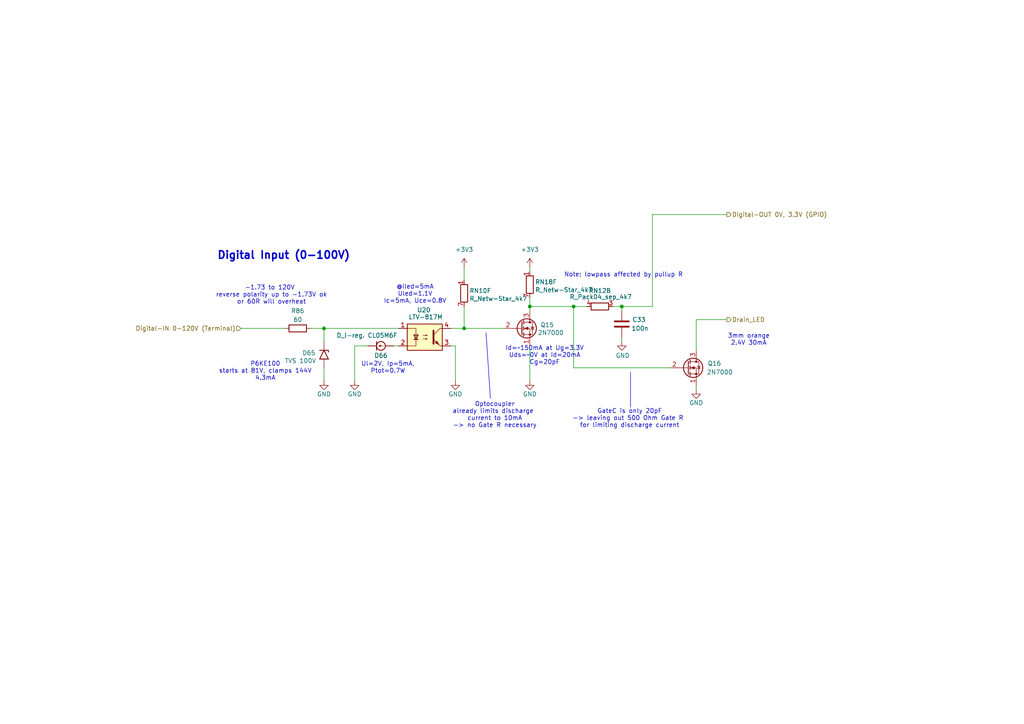
<source format=kicad_sch>
(kicad_sch (version 20231120) (generator "eeschema") (generator_version "8.0")
  (paper "A4")
  (lib_symbols
    (symbol "Device:C" (pin_numbers hide) (pin_names (offset 0.254))
      (property "Reference" "C" (at 0.635 2.54 0))
      (property "Value" "C" (at 0.635 -2.54 0))
      (symbol "C_0_1"
        (polyline (pts (xy -2.032 -0.762) (xy 2.032 -0.762)) (stroke (width 0.508)))
        (polyline (pts (xy -2.032 0.762) (xy 2.032 0.762)) (stroke (width 0.508)))
      )
      (symbol "C_1_1"
        (pin passive line (at 0 3.81 270) (length 2.794) (name "~") (number "1"))
        (pin passive line (at 0 -3.81 90) (length 2.794) (name "~") (number "2"))
      )
    )
    (symbol "Device:D_Current-regulator" (pin_numbers hide) (pin_names (offset 1.016) hide)
      (property "Reference" "D" (at 0 2.54 0))
      (property "Value" "D_Current-regulator" (at 0 -2.54 0))
      (symbol "D_Current-regulator_0_1"
        (polyline (pts (xy -1.27 1.27) (xy -1.27 -1.27)) (stroke (width 0.254)))
      )
      (symbol "D_Current-regulator_1_1"
        (polyline (pts (xy -0.127 0) (xy 0.635 0)))
        (polyline (pts (xy -0.127 0.254) (xy -0.635 0) (xy -0.127 -0.254) (xy -0.127 0.254)) (fill (type outline)))
        (circle (center 0 0) (radius 1.27) (stroke (width 0.254)))
        (pin passive line (at -3.81 0 0) (length 2.54) (name "K") (number "1"))
        (pin passive line (at 3.81 0 180) (length 2.54) (name "A") (number "2"))
      )
    )
    (symbol "Device:R" (pin_numbers hide) (pin_names (offset 0))
      (property "Reference" "R" (at 2.032 0 90))
      (property "Value" "R" (at 0 0 90))
      (symbol "R_0_1"
        (rectangle (start -1.016 -2.54) (end 1.016 2.54) (stroke (width 0.254)))
      )
      (symbol "R_1_1"
        (pin passive line (at 0 3.81 270) (length 1.27) (name "~") (number "1"))
        (pin passive line (at 0 -3.81 90) (length 1.27) (name "~") (number "2"))
      )
    )
    (symbol "Device:R_Network08_Split" (pin_names (offset 0) hide)
      (property "Reference" "RN" (at 2.032 0 90))
      (property "Value" "R_Network08_Split" (at 0 0 90))
      (symbol "R_Network08_Split_0_1"
        (rectangle (start 1.016 2.54) (end -1.016 -2.54) (stroke (width 0.254)))
        (pin passive line (at 0 3.81 270) (length 1.27) (name "R1") (number "1"))
      )
      (symbol "R_Network08_Split_1_1"
        (pin passive line (at 0 -3.81 90) (length 1.27) (name "R1.2") (number "2"))
      )
      (symbol "R_Network08_Split_2_1"
        (pin passive line (at 0 -3.81 90) (length 1.27) (name "R2.2") (number "3"))
      )
      (symbol "R_Network08_Split_3_1"
        (pin passive line (at 0 -3.81 90) (length 1.27) (name "R3.2") (number "4"))
      )
      (symbol "R_Network08_Split_4_1"
        (pin passive line (at 0 -3.81 90) (length 1.27) (name "R4.2") (number "5"))
      )
      (symbol "R_Network08_Split_5_1"
        (pin passive line (at 0 -3.81 90) (length 1.27) (name "R5.2") (number "6"))
      )
      (symbol "R_Network08_Split_6_1"
        (pin passive line (at 0 -3.81 90) (length 1.27) (name "R6.2") (number "7"))
      )
      (symbol "R_Network08_Split_7_1"
        (pin passive line (at 0 -3.81 90) (length 1.27) (name "R7.2") (number "8"))
      )
      (symbol "R_Network08_Split_8_1"
        (pin passive line (at 0 -3.81 90) (length 1.27) (name "R8.2") (number "9"))
      )
    )
    (symbol "Device:R_Pack04_SIP_Split" (pin_names (offset 0) hide)
      (property "Reference" "RN" (at 2.032 0 90))
      (property "Value" "R_Pack04_SIP_Split" (at 0 0 90))
      (symbol "R_Pack04_SIP_Split_0_1"
        (rectangle (start 1.016 2.54) (end -1.016 -2.54) (stroke (width 0.254)))
      )
      (symbol "R_Pack04_SIP_Split_1_1"
        (pin passive line (at 0 -3.81 90) (length 1.27) (name "R1.1") (number "1"))
        (pin passive line (at 0 3.81 270) (length 1.27) (name "R1.2") (number "2"))
      )
      (symbol "R_Pack04_SIP_Split_2_1"
        (pin passive line (at 0 -3.81 90) (length 1.27) (name "R2.1") (number "3"))
        (pin passive line (at 0 3.81 270) (length 1.27) (name "R2.2") (number "4"))
      )
      (symbol "R_Pack04_SIP_Split_3_1"
        (pin passive line (at 0 -3.81 90) (length 1.27) (name "R3.1") (number "5"))
        (pin passive line (at 0 3.81 270) (length 1.27) (name "R3.2") (number "6"))
      )
      (symbol "R_Pack04_SIP_Split_4_1"
        (pin passive line (at 0 -3.81 90) (length 1.27) (name "R4.1") (number "7"))
        (pin passive line (at 0 3.81 270) (length 1.27) (name "R4.2") (number "8"))
      )
    )
    (symbol "Diode:1N62xxA" (pin_numbers hide) (pin_names (offset 1.016) hide)
      (property "Reference" "D" (at 0 2.54 0))
      (property "Value" "1N62xxA" (at 0 -2.54 0))
      (symbol "1N62xxA_0_1"
        (polyline (pts (xy -0.762 1.27) (xy -1.27 1.27) (xy -1.27 -1.27)) (stroke (width 0.254)))
        (polyline (pts (xy 1.27 1.27) (xy 1.27 -1.27) (xy -1.27 0) (xy 1.27 1.27)) (stroke (width 0.254)))
      )
      (symbol "1N62xxA_1_1"
        (pin passive line (at -3.81 0 0) (length 2.54) (name "A1") (number "1"))
        (pin passive line (at 3.81 0 180) (length 2.54) (name "A2") (number "2"))
      )
    )
    (symbol "Isolator:LTV-817M" (pin_names (offset 1.016))
      (property "Reference" "U" (at -3.81 5.08 0))
      (property "Value" "LTV-817M" (at 0 -5.08 0))
      (symbol "LTV-817M_1_1"
        (rectangle (start -5.08 3.81) (end 5.08 -3.81) (stroke (width 0.254)) (fill (type background)))
        (polyline (pts (xy -3.175 -0.635) (xy -1.905 -0.635)) (stroke (width 0.254)))
        (polyline (pts (xy 2.54 0.635) (xy 4.445 2.54)))
        (polyline (pts (xy 4.445 -2.54) (xy 2.54 -0.635)) (fill (type outline)))
        (polyline (pts (xy 4.445 -2.54) (xy 5.08 -2.54)))
        (polyline (pts (xy 4.445 2.54) (xy 5.08 2.54)))
        (polyline (pts (xy -5.08 2.54) (xy -2.54 2.54) (xy -2.54 -0.762)))
        (polyline (pts (xy -2.54 -0.635) (xy -2.54 -2.54) (xy -5.08 -2.54)))
        (polyline (pts (xy 2.54 1.905) (xy 2.54 -1.905) (xy 2.54 -1.905)) (stroke (width 0.508)))
        (polyline (pts (xy -2.54 -0.635) (xy -3.175 0.635) (xy -1.905 0.635) (xy -2.54 -0.635)) (stroke (width 0.254)))
        (polyline (pts (xy -0.508 -0.508) (xy 0.762 -0.508) (xy 0.381 -0.635) (xy 0.381 -0.381) (xy 0.762 -0.508)))
        (polyline (pts (xy -0.508 0.508) (xy 0.762 0.508) (xy 0.381 0.381) (xy 0.381 0.635) (xy 0.762 0.508)))
        (polyline (pts (xy 3.048 -1.651) (xy 3.556 -1.143) (xy 4.064 -2.159) (xy 3.048 -1.651) (xy 3.048 -1.651)) (fill (type outline)))
        (pin passive line (at -7.62 2.54 0) (length 2.54) (name "~") (number "1"))
        (pin passive line (at -7.62 -2.54 0) (length 2.54) (name "~") (number "2"))
        (pin passive line (at 7.62 -2.54 180) (length 2.54) (name "~") (number "3"))
        (pin passive line (at 7.62 2.54 180) (length 2.54) (name "~") (number "4"))
      )
    )
    (symbol "Transistor_FET:2N7000" (pin_names hide)
      (property "Reference" "Q" (at 5.08 1.905 0))
      (property "Value" "2N7000" (at 5.08 0 0))
      (symbol "2N7000_0_1"
        (polyline (pts (xy 0.254 0) (xy -2.54 0)))
        (polyline (pts (xy 0.254 1.905) (xy 0.254 -1.905)) (stroke (width 0.254)))
        (polyline (pts (xy 0.762 -1.27) (xy 0.762 -2.286)) (stroke (width 0.254)))
        (polyline (pts (xy 0.762 0.508) (xy 0.762 -0.508)) (stroke (width 0.254)))
        (polyline (pts (xy 0.762 2.286) (xy 0.762 1.27)) (stroke (width 0.254)))
        (polyline (pts (xy 2.54 2.54) (xy 2.54 1.778)))
        (polyline (pts (xy 2.54 -2.54) (xy 2.54 0) (xy 0.762 0)))
        (polyline (pts (xy 0.762 -1.778) (xy 3.302 -1.778) (xy 3.302 1.778) (xy 0.762 1.778)))
        (polyline (pts (xy 1.016 0) (xy 2.032 0.381) (xy 2.032 -0.381) (xy 1.016 0)) (fill (type outline)))
        (polyline (pts (xy 2.794 0.508) (xy 2.921 0.381) (xy 3.683 0.381) (xy 3.81 0.254)))
        (polyline (pts (xy 3.302 0.381) (xy 2.921 -0.254) (xy 3.683 -0.254) (xy 3.302 0.381)))
        (circle (center 1.651 0) (radius 2.794) (stroke (width 0.254)))
        (circle (center 2.54 -1.778) (radius 0.254) (fill (type outline)))
        (circle (center 2.54 1.778) (radius 0.254) (fill (type outline)))
      )
      (symbol "2N7000_1_1"
        (pin passive line (at 2.54 -5.08 90) (length 2.54) (name "S") (number "1"))
        (pin input line (at -5.08 0 0) (length 2.54) (name "G") (number "2"))
        (pin passive line (at 2.54 5.08 270) (length 2.54) (name "D") (number "3"))
      )
    )
    (symbol "power:+3V3" (power) (pin_numbers hide) (pin_names (offset 0) hide)
      (property "Value" "+3V3" (at 0 3.556 0))
      (symbol "+3V3_0_1"
        (polyline (pts (xy -0.762 1.27) (xy 0 2.54)))
        (polyline (pts (xy 0 0) (xy 0 2.54)))
        (polyline (pts (xy 0 2.54) (xy 0.762 1.27)))
      )
      (symbol "+3V3_1_1"
        (pin power_in line (at 0 0 90) (length 0) (name "~") (number "1"))
      )
    )
    (symbol "power:GND" (power) (pin_numbers hide) (pin_names (offset 0) hide)
      (property "Value" "GND" (at 0 -3.81 0))
      (symbol "GND_0_1"
        (polyline (pts (xy 0 0) (xy 0 -1.27) (xy 1.27 -1.27) (xy 0 -2.54) (xy -1.27 -1.27) (xy 0 -1.27)))
      )
      (symbol "GND_1_1"
        (pin power_in line (at 0 0 270) (length 0) (name "~") (number "1"))
      )
    )
  )
  (junction (at 153.67 88.9))
  (junction (at 134.62 95.25))
  (junction (at 180.34 88.9))
  (junction (at 93.98 95.25))
  (junction (at 166.37 88.9))
  (wire (pts (xy 102.87 100.33) (xy 102.87 110.49)))
  (polyline (pts (xy 182.88 107.95) (xy 182.88 118.11)))
  (wire (pts (xy 130.81 100.33) (xy 132.08 100.33)))
  (wire (pts (xy 201.93 92.71) (xy 210.82 92.71)))
  (wire (pts (xy 166.37 106.68) (xy 194.31 106.68)))
  (wire (pts (xy 93.98 95.25) (xy 93.98 99.06)))
  (wire (pts (xy 106.68 100.33) (xy 102.87 100.33)))
  (wire (pts (xy 132.08 100.33) (xy 132.08 110.49)))
  (wire (pts (xy 177.8 88.9) (xy 180.34 88.9)))
  (wire (pts (xy 180.34 88.9) (xy 189.23 88.9)))
  (wire (pts (xy 93.98 106.68) (xy 93.98 110.49)))
  (wire (pts (xy 153.67 77.47) (xy 153.67 78.74)))
  (wire (pts (xy 189.23 88.9) (xy 189.23 62.23)))
  (wire (pts (xy 189.23 62.23) (xy 210.82 62.23)))
  (wire (pts (xy 134.62 88.9) (xy 134.62 95.25)))
  (wire (pts (xy 134.62 95.25) (xy 146.05 95.25)))
  (wire (pts (xy 153.67 88.9) (xy 153.67 90.17)))
  (wire (pts (xy 69.85 95.25) (xy 82.55 95.25)))
  (wire (pts (xy 180.34 97.79) (xy 180.34 99.06)))
  (wire (pts (xy 153.67 86.36) (xy 153.67 88.9)))
  (wire (pts (xy 93.98 95.25) (xy 115.57 95.25)))
  (wire (pts (xy 114.3 100.33) (xy 115.57 100.33)))
  (wire (pts (xy 130.81 95.25) (xy 134.62 95.25)))
  (wire (pts (xy 166.37 88.9) (xy 170.18 88.9)))
  (wire (pts (xy 201.93 92.71) (xy 201.93 101.6)))
  (wire (pts (xy 90.17 95.25) (xy 93.98 95.25)))
  (wire (pts (xy 153.67 88.9) (xy 166.37 88.9)))
  (wire (pts (xy 166.37 106.68) (xy 166.37 88.9)))
  (wire (pts (xy 153.67 100.33) (xy 153.67 110.49)))
  (polyline (pts (xy 140.97 96.52) (xy 142.24 115.57)))
  (wire (pts (xy 180.34 88.9) (xy 180.34 90.17)))
  (wire (pts (xy 201.93 111.76) (xy 201.93 113.03)))
  (wire (pts (xy 134.62 77.47) (xy 134.62 81.28)))
  (text "Note: lowpass affected by pullup R" (at 180.848 79.756 0) (effects (font (size 1.27 1.27))))
  (text "Ul=2V, Ip=5mA,\nPtot=0.7W" (at 112.522 106.68 0) (effects (font (size 1.27 1.27))))
  (text "3mm orange\n2.4V 30mA" (at 217.17 98.552 0) (effects (font (size 1.27 1.27))))
  (text "Digital Input (0-100V)" (at 82.296 74.168 0) (effects (font (size 2.2 2.2) (thickness 0.44) (bold yes))))
  (text "GateC is only 20pF\n-> leaving out 500 Ohm Gate R \nfor limiting discharge current" (at 182.626 121.412 0) (effects (font (size 1.27 1.27))))
  (text "P6KE100\nstarts at 81V, clamps 144V\n4.3mA" (at 76.962 107.696 0) (effects (font (size 1.27 1.27))))
  (text "-1.73 to 120V \nreverse polarity up to -1.73V ok\nor 60R will overheat" (at 78.74 85.598 0) (effects (font (size 1.27 1.27))))
  (text "Id=~150mA at Ug=3.3V\nUds=~0V at Id=20mA\nCg=20pF" (at 157.988 103.124 0) (effects (font (size 1.27 1.27))))
  (text "Optocoupler\nalready limits discharge \ncurrent to 10mA\n-> no Gate R necessary" (at 143.51 120.396 0) (effects (font (size 1.27 1.27))))
  (text "@Iled=5mA\nUled=1.1V\nIc=5mA, Uce=0.8V" (at 120.396 85.344 0) (effects (font (size 1.27 1.27))))
  (hierarchical_label "Digital-OUT 0V, 3.3V (GPIO)" (shape output) (at 210.82 62.23 0))
  (hierarchical_label "Drain_LED" (shape output) (at 210.82 92.71 0))
  (hierarchical_label "Digital-IN 0-120V (Terminal)" (shape input) (at 69.85 95.25 180))
  (symbol (lib_id "Device:R_Network08_Split") (at 153.67 82.55 0) (unit 1)
    (property "Reference" "RN18" (at 155.194 81.788 0) (effects (justify left)))
    (property "Value" "R_Netw-Star_4k7" (at 155.194 84.074 0) (effects (justify left)))
    (property "Footprint" "Resistor_THT:R_Array_SIP9" (effects (hide yes)))
    (property "Datasheet" "http://www.vishay.com/docs/31509/csc.pdf" (effects (hide yes)))
    (property "Description" "8 resistor network, star topology, bussed resistors, split" (effects (hide yes)))
    (instances (project "pi-interface-board_v1.0" (path "" (reference "RN18") (unit 6)) (path "" (reference "RN18") (unit 7)) (path "" (reference "RN18") (unit 5)) (path "" (reference "RN18") (unit 8)) (path "" (reference "RN18") (unit 2)) (path "" (reference "RN18") (unit 4)) (path "" (reference "RN18") (unit 3)) (path "" (reference "RN18") (unit 1))))
  )
  (symbol (lib_id "power:GND") (at 102.87 110.49 0) (unit 1)
    (property "Reference" "#PWR0158" (effects (hide yes)))
    (property "Value" "GND" (at 102.87 114.3 0))
    (property "Description" "Power symbol creates a global label with name \"GND\" , ground" (effects (hide yes)))
    (instances (project "pi-interface-board_v1.0" (path "" (reference "#PWR0158") (unit 1)) (path "" (reference "#PWR0167") (unit 1)) (path "" (reference "#PWR0149") (unit 1)) (path "" (reference "#PWR0176") (unit 1)) (path "" (reference "#PWR0122") (unit 1)) (path "" (reference "#PWR0140") (unit 1)) (path "" (reference "#PWR0131") (unit 1)) (path "" (reference "#PWR0113") (unit 1))))
  )
  (symbol (lib_id "Transistor_FET:2N7000") (at 151.13 95.25 0) (unit 1)
    (property "Reference" "Q15" (at 156.718 94.234 0) (effects (justify left)))
    (property "Value" "2N7000" (at 155.956 96.52 0) (effects (justify left)))
    (property "Footprint" "Package_TO_SOT_THT:TO-92_Inline" (effects (hide yes)))
    (property "Datasheet" "https://www.vishay.com/docs/70226/70226.pdf" (effects (hide yes)))
    (property "Description" "0.2A Id, 200V Vds, N-Channel MOSFET, 2.6V Logic Level, TO-92" (effects (hide yes)))
    (instances (project "pi-interface-board_v1.0" (path "" (reference "Q15") (unit 1)) (path "" (reference "Q17") (unit 1)) (path "" (reference "Q13") (unit 1)) (path "" (reference "Q19") (unit 1)) (path "" (reference "Q7") (unit 1)) (path "" (reference "Q11") (unit 1)) (path "" (reference "Q9") (unit 1)) (path "" (reference "Q2") (unit 1))))
  )
  (symbol (lib_id "power:GND") (at 201.93 113.03 0) (unit 1)
    (property "Reference" "#PWR0165" (effects (hide yes)))
    (property "Value" "GND" (at 201.93 116.84 0))
    (property "Description" "Power symbol creates a global label with name \"GND\" , ground" (effects (hide yes)))
    (instances (project "pi-interface-board_v1.0" (path "" (reference "#PWR0165") (unit 1)) (path "" (reference "#PWR0174") (unit 1)) (path "" (reference "#PWR0156") (unit 1)) (path "" (reference "#PWR0183") (unit 1)) (path "" (reference "#PWR0129") (unit 1)) (path "" (reference "#PWR0147") (unit 1)) (path "" (reference "#PWR0138") (unit 1)) (path "" (reference "#PWR0120") (unit 1))))
  )
  (symbol (lib_id "power:+3V3") (at 134.62 77.47 0) (unit 1)
    (property "Reference" "#PWR0160" (effects (hide yes)))
    (property "Value" "+3V3" (at 134.62 72.39 0))
    (property "Description" "Power symbol creates a global label with name \"+3V3\"" (effects (hide yes)))
    (instances (project "pi-interface-board_v1.0" (path "" (reference "#PWR0160") (unit 1)) (path "" (reference "#PWR0169") (unit 1)) (path "" (reference "#PWR0151") (unit 1)) (path "" (reference "#PWR0178") (unit 1)) (path "" (reference "#PWR0124") (unit 1)) (path "" (reference "#PWR0142") (unit 1)) (path "" (reference "#PWR0133") (unit 1)) (path "" (reference "#PWR0115") (unit 1))))
  )
  (symbol (lib_id "Transistor_FET:2N7000") (at 199.39 106.68 0) (unit 1)
    (property "Reference" "Q16" (at 205.232 105.41 0) (effects (justify left)))
    (property "Value" "2N7000" (at 204.978 107.95 0) (effects (justify left)))
    (property "Footprint" "Package_TO_SOT_THT:TO-92_Inline" (effects (hide yes)))
    (property "Datasheet" "https://www.vishay.com/docs/70226/70226.pdf" (effects (hide yes)))
    (property "Description" "0.2A Id, 200V Vds, N-Channel MOSFET, 2.6V Logic Level, TO-92" (effects (hide yes)))
    (instances (project "pi-interface-board_v1.0" (path "" (reference "Q16") (unit 1)) (path "" (reference "Q18") (unit 1)) (path "" (reference "Q14") (unit 1)) (path "" (reference "Q20") (unit 1)) (path "" (reference "Q8") (unit 1)) (path "" (reference "Q12") (unit 1)) (path "" (reference "Q10") (unit 1)) (path "" (reference "Q6") (unit 1))))
  )
  (symbol (lib_id "Device:C") (at 180.34 93.98 0) (unit 1)
    (property "Reference" "C33" (at 183.388 92.71 0) (effects (justify left)))
    (property "Value" "100n" (at 183.134 95.25 0) (effects (justify left)))
    (property "Footprint" "Capacitor_THT:C_Disc_D7.0mm_W2.5mm_P5.00mm" (effects (hide yes)))
    (property "Description" "Unpolarized capacitor" (effects (hide yes)))
    (instances (project "pi-interface-board_v1.0" (path "" (reference "C33") (unit 1)) (path "" (reference "C34") (unit 1)) (path "" (reference "C32") (unit 1)) (path "" (reference "C35") (unit 1)) (path "" (reference "C29") (unit 1)) (path "" (reference "C31") (unit 1)) (path "" (reference "C30") (unit 1)) (path "" (reference "C17") (unit 1))))
  )
  (symbol (lib_id "Diode:1N62xxA") (at 93.98 102.87 270) (unit 1)
    (property "Reference" "D65" (at 87.63 102.362 90) (effects (justify left)))
    (property "Value" "TVS 100V" (at 82.55 104.648 90) (effects (justify left)))
    (property "Footprint" "Diode_THT:D_DO-15_P10.16mm_Horizontal" (effects (hide yes)))
    (property "Datasheet" "https://www.vishay.com/docs/88301/15ke.pdf" (effects (hide yes)))
    (property "Description" "1500W unidirectional TRANSZORB® Transient Voltage Suppressor, DO-201AE" (effects (hide yes)))
    (instances (project "pi-interface-board_v1.0" (path "" (reference "D65") (unit 1)) (path "" (reference "D68") (unit 1)) (path "" (reference "D62") (unit 1)) (path "" (reference "D71") (unit 1)) (path "" (reference "D53") (unit 1)) (path "" (reference "D59") (unit 1)) (path "" (reference "D56") (unit 1)) (path "" (reference "D50") (unit 1))))
  )
  (symbol (lib_id "power:+3V3") (at 153.67 77.47 0) (unit 1)
    (property "Reference" "#PWR0161" (effects (hide yes)))
    (property "Value" "+3V3" (at 153.67 72.39 0))
    (property "Description" "Power symbol creates a global label with name \"+3V3\"" (effects (hide yes)))
    (instances (project "pi-interface-board_v1.0" (path "" (reference "#PWR0161") (unit 1)) (path "" (reference "#PWR0170") (unit 1)) (path "" (reference "#PWR0152") (unit 1)) (path "" (reference "#PWR0179") (unit 1)) (path "" (reference "#PWR0125") (unit 1)) (path "" (reference "#PWR0143") (unit 1)) (path "" (reference "#PWR0134") (unit 1)) (path "" (reference "#PWR0116") (unit 1))))
  )
  (symbol (lib_id "Device:R") (at 86.36 95.25 90) (unit 1)
    (property "Reference" "R86" (at 86.36 90.17 90))
    (property "Value" "60" (at 86.36 92.71 90))
    (property "Footprint" "Resistor_THT:R_Axial_DIN0207_L6.3mm_D2.5mm_P2.54mm_Vertical" (effects (hide yes)))
    (property "Description" "Resistor" (effects (hide yes)))
    (instances (project "pi-interface-board_v1.0" (path "" (reference "R86") (unit 1)) (path "" (reference "R93") (unit 1)) (path "" (reference "R79") (unit 1)) (path "" (reference "R100") (unit 1)) (path "" (reference "R58") (unit 1)) (path "" (reference "R72") (unit 1)) (path "" (reference "R65") (unit 1)) (path "" (reference "R1") (unit 1))))
  )
  (symbol (lib_id "power:GND") (at 132.08 110.49 0) (unit 1)
    (property "Reference" "#PWR0159" (effects (hide yes)))
    (property "Value" "GND" (at 132.08 114.3 0))
    (property "Description" "Power symbol creates a global label with name \"GND\" , ground" (effects (hide yes)))
    (instances (project "pi-interface-board_v1.0" (path "" (reference "#PWR0159") (unit 1)) (path "" (reference "#PWR0168") (unit 1)) (path "" (reference "#PWR0150") (unit 1)) (path "" (reference "#PWR0177") (unit 1)) (path "" (reference "#PWR0123") (unit 1)) (path "" (reference "#PWR0141") (unit 1)) (path "" (reference "#PWR0132") (unit 1)) (path "" (reference "#PWR0114") (unit 1))))
  )
  (symbol (lib_id "power:GND") (at 180.34 99.06 0) (unit 1)
    (property "Reference" "#PWR0163" (effects (hide yes)))
    (property "Value" "GND" (at 180.594 103.124 0))
    (property "Description" "Power symbol creates a global label with name \"GND\" , ground" (effects (hide yes)))
    (instances (project "pi-interface-board_v1.0" (path "" (reference "#PWR0163") (unit 1)) (path "" (reference "#PWR0172") (unit 1)) (path "" (reference "#PWR0154") (unit 1)) (path "" (reference "#PWR0181") (unit 1)) (path "" (reference "#PWR0127") (unit 1)) (path "" (reference "#PWR0145") (unit 1)) (path "" (reference "#PWR0136") (unit 1)) (path "" (reference "#PWR0118") (unit 1))))
  )
  (symbol (lib_id "power:GND") (at 93.98 110.49 0) (unit 1)
    (property "Reference" "#PWR0157" (effects (hide yes)))
    (property "Value" "GND" (at 93.98 114.3 0))
    (property "Description" "Power symbol creates a global label with name \"GND\" , ground" (effects (hide yes)))
    (instances (project "pi-interface-board_v1.0" (path "" (reference "#PWR0157") (unit 1)) (path "" (reference "#PWR0166") (unit 1)) (path "" (reference "#PWR0148") (unit 1)) (path "" (reference "#PWR0175") (unit 1)) (path "" (reference "#PWR0121") (unit 1)) (path "" (reference "#PWR0139") (unit 1)) (path "" (reference "#PWR0130") (unit 1)) (path "" (reference "#PWR0112") (unit 1))))
  )
  (symbol (lib_id "Device:R_Pack04_SIP_Split") (at 173.99 88.9 90) (unit 1)
    (property "Reference" "RN11" (at 173.99 84.328 90))
    (property "Value" "R_Pack04_sep_4k7" (at 174.244 86.106 90))
    (property "Footprint" "Resistor_THT:R_Array_SIP8" (effects (hide yes)))
    (property "Datasheet" "http://www.vishay.com/docs/31509/csc.pdf" (effects (hide yes)))
    (property "Description" "4 resistor network, parallel topology, SIP package, split" (effects (hide yes)))
    (instances (project "" (path "" (reference "RN12") (unit 2)) (path "" (reference "RN12") (unit 3)) (path "" (reference "RN12") (unit 1)) (path "" (reference "RN12") (unit 4)) (path "" (reference "RN11") (unit 2)) (path "" (reference "RN11") (unit 4)) (path "" (reference "RN11") (unit 3)) (path "" (reference "RN11") (unit 1))))
  )
  (symbol (lib_id "Device:R_Network08_Split") (at 134.62 85.09 0) (unit 4)
    (property "Reference" "RN10" (at 136.144 84.328 0) (effects (justify left)))
    (property "Value" "R_Netw-Star_4k7" (at 136.144 86.614 0) (effects (justify left)))
    (property "Footprint" "Resistor_THT:R_Array_SIP9" (effects (hide yes)))
    (property "Datasheet" "http://www.vishay.com/docs/31509/csc.pdf" (effects (hide yes)))
    (property "Description" "8 resistor network, star topology, bussed resistors, split" (effects (hide yes)))
    (instances (project "" (path "" (reference "RN10") (unit 6)) (path "" (reference "RN10") (unit 7)) (path "" (reference "RN10") (unit 5)) (path "" (reference "RN10") (unit 8)) (path "" (reference "RN10") (unit 3)) (path "" (reference "RN10") (unit 1)) (path "" (reference "RN10") (unit 2)) (path "" (reference "RN10") (unit 4))))
  )
  (symbol (lib_id "Device:D_Current-regulator") (at 110.49 100.33 0) (unit 1)
    (property "Reference" "D66" (at 110.49 103.124 0))
    (property "Value" "D_I-reg. CL05M6F" (at 106.426 97.282 0))
    (property "Footprint" "Diode_SMD:D_SOD-123F" (effects (hide yes)))
    (property "Description" "Constant-current diode / current limiting diode / current regulator diode, IEC60747-3:2013" (effects (hide yes)))
    (instances (project "pi-interface-board_v1.0" (path "" (reference "D66") (unit 1)) (path "" (reference "D69") (unit 1)) (path "" (reference "D63") (unit 1)) (path "" (reference "D72") (unit 1)) (path "" (reference "D54") (unit 1)) (path "" (reference "D60") (unit 1)) (path "" (reference "D57") (unit 1)) (path "" (reference "D51") (unit 1))))
  )
  (symbol (lib_id "power:GND") (at 153.67 110.49 0) (unit 1)
    (property "Reference" "#PWR0162" (effects (hide yes)))
    (property "Value" "GND" (at 153.67 114.3 0))
    (property "Description" "Power symbol creates a global label with name \"GND\" , ground" (effects (hide yes)))
    (instances (project "pi-interface-board_v1.0" (path "" (reference "#PWR0162") (unit 1)) (path "" (reference "#PWR0171") (unit 1)) (path "" (reference "#PWR0153") (unit 1)) (path "" (reference "#PWR0180") (unit 1)) (path "" (reference "#PWR0126") (unit 1)) (path "" (reference "#PWR0144") (unit 1)) (path "" (reference "#PWR0135") (unit 1)) (path "" (reference "#PWR0117") (unit 1))))
  )
  (symbol (lib_id "Isolator:LTV-817M") (at 123.19 97.79 0) (unit 1)
    (property "Reference" "U20" (at 122.936 89.916 0))
    (property "Value" "LTV-817M" (at 123.444 91.948 0))
    (property "Footprint" "Package_DIP:DIP-4_W10.16mm" (effects (hide yes)))
    (property "Datasheet" "http://www.us.liteon.com/downloads/LTV-817-827-847.PDF" (effects (hide yes)))
    (property "Description" "DC Optocoupler, Vce 35V, CTR 50%, DIP-4" (effects (hide yes)))
    (instances (project "pi-interface-board_v1.0" (path "" (reference "U20") (unit 1)) (path "" (reference "U21") (unit 1)) (path "" (reference "U19") (unit 1)) (path "" (reference "U22") (unit 1)) (path "" (reference "U8") (unit 1)) (path "" (reference "U18") (unit 1)) (path "" (reference "U17") (unit 1)) (path "" (reference "U7") (unit 1))))
  )
)
</source>
